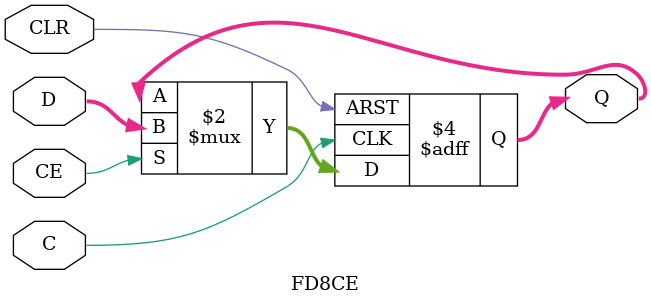
<source format=v>

`timescale 100 ps / 10 ps

module FD8CE(Q, C, CE, CLR, D);

   
   output [7:0]       Q;

   input 	      C;	
   input 	      CE;	
   input 	      CLR;	
   input  [7:0]       D;
   
   reg    [7:0]       Q;
   
   always @(posedge C or posedge CLR)
     begin
	if (CLR)
	  Q <= 8'b0000_0000;
	else if (CE)
          Q <= D;
     end
   
   
endmodule

</source>
